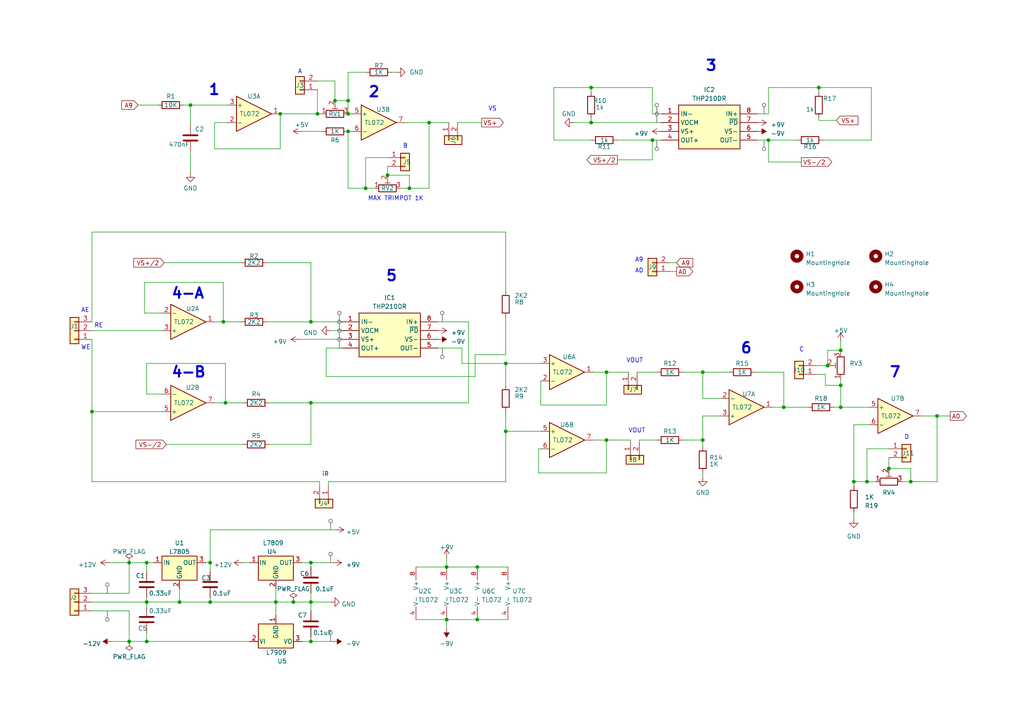
<source format=kicad_sch>
(kicad_sch (version 20230121) (generator eeschema)
  (paper "A4")
  (title_block (title "Potenciosato Fully Differential") (date "28/08/2023") (rev "Felipe A.S") (company "UFPel"))
  (lib_symbols
    (symbol "Amplifier_Operational:TL072" (pin_names (offset 0.127))
      (property "Reference" "U" (at 0 5.08 0))
      (property "Value" "TL072" (at 0 -5.08 0))
      (symbol "TL072_1_1"
        (polyline (pts (xy -5.08 5.08) (xy 5.08 0) (xy -5.08 -5.08) (xy -5.08 5.08)) (stroke (width 0.254)) (fill (type background)))
        (pin output line (at 7.62 0 180) (length 2.54) (name "~") (number "1"))
        (pin input line (at -7.62 -2.54 0) (length 2.54) (name "-") (number "2"))
        (pin input line (at -7.62 2.54 0) (length 2.54) (name "+") (number "3"))
      )
      (symbol "TL072_2_1"
        (polyline (pts (xy -5.08 5.08) (xy 5.08 0) (xy -5.08 -5.08) (xy -5.08 5.08)) (stroke (width 0.254)) (fill (type background)))
        (pin input line (at -7.62 2.54 0) (length 2.54) (name "+") (number "5"))
        (pin input line (at -7.62 -2.54 0) (length 2.54) (name "-") (number "6"))
        (pin output line (at 7.62 0 180) (length 2.54) (name "~") (number "7"))
      )
      (symbol "TL072_3_1"
        (pin power_in line (at -2.54 -7.62 90) (length 3.81) (name "V-") (number "4"))
        (pin power_in line (at -2.54 7.62 270) (length 3.81) (name "V+") (number "8"))
      )
    )
    (symbol "Connector_Generic:Conn_01x02" (pin_names (offset 1.016) hide)
      (property "Reference" "J" (at 0 2.54 0))
      (property "Value" "Conn_01x02" (at 0 -5.08 0))
      (symbol "Conn_01x02_1_1"
        (rectangle (start -1.27 -2.413) (end 0 -2.667) (stroke (width 0.1524)))
        (rectangle (start -1.27 0.127) (end 0 -0.127) (stroke (width 0.1524)))
        (rectangle (start -1.27 1.27) (end 1.27 -3.81) (stroke (width 0.254)) (fill (type background)))
        (pin passive line (at -5.08 0 0) (length 3.81) (name "Pin_1") (number "1"))
        (pin passive line (at -5.08 -2.54 0) (length 3.81) (name "Pin_2") (number "2"))
      )
    )
    (symbol "Connector_Generic:Conn_01x03" (pin_names (offset 1.016) hide)
      (property "Reference" "J" (at 0 5.08 0))
      (property "Value" "Conn_01x03" (at 0 -5.08 0))
      (symbol "Conn_01x03_1_1"
        (rectangle (start -1.27 -2.413) (end 0 -2.667) (stroke (width 0.1524)))
        (rectangle (start -1.27 0.127) (end 0 -0.127) (stroke (width 0.1524)))
        (rectangle (start -1.27 2.667) (end 0 2.413) (stroke (width 0.1524)))
        (rectangle (start -1.27 3.81) (end 1.27 -3.81) (stroke (width 0.254)) (fill (type background)))
        (pin passive line (at -5.08 2.54 0) (length 3.81) (name "Pin_1") (number "1"))
        (pin passive line (at -5.08 0 0) (length 3.81) (name "Pin_2") (number "2"))
        (pin passive line (at -5.08 -2.54 0) (length 3.81) (name "Pin_3") (number "3"))
      )
    )
    (symbol "Device:C" (pin_numbers hide) (pin_names (offset 0.254))
      (property "Reference" "C" (at 0.635 2.54 0))
      (property "Value" "C" (at 0.635 -2.54 0))
      (symbol "C_0_1"
        (polyline (pts (xy -2.032 -0.762) (xy 2.032 -0.762)) (stroke (width 0.508)))
        (polyline (pts (xy -2.032 0.762) (xy 2.032 0.762)) (stroke (width 0.508)))
      )
      (symbol "C_1_1"
        (pin passive line (at 0 3.81 270) (length 2.794) (name "~") (number "1"))
        (pin passive line (at 0 -3.81 90) (length 2.794) (name "~") (number "2"))
      )
    )
    (symbol "Device:R" (pin_numbers hide) (pin_names (offset 0))
      (property "Reference" "R" (at 2.032 0 90))
      (property "Value" "R" (at 0 0 90))
      (symbol "R_0_1"
        (rectangle (start -1.016 -2.54) (end 1.016 2.54) (stroke (width 0.254)))
      )
      (symbol "R_1_1"
        (pin passive line (at 0 3.81 270) (length 1.27) (name "~") (number "1"))
        (pin passive line (at 0 -3.81 90) (length 1.27) (name "~") (number "2"))
      )
    )
    (symbol "Device:R_Potentiometer_Trim" (pin_names (offset 1.016) hide)
      (property "Reference" "RV" (at -4.445 0 90))
      (property "Value" "R_Potentiometer_Trim" (at -2.54 0 90))
      (symbol "R_Potentiometer_Trim_0_1"
        (polyline (pts (xy 1.524 0.762) (xy 1.524 -0.762)))
        (polyline (pts (xy 2.54 0) (xy 1.524 0)))
        (rectangle (start 1.016 2.54) (end -1.016 -2.54) (stroke (width 0.254)))
      )
      (symbol "R_Potentiometer_Trim_1_1"
        (pin passive line (at 0 3.81 270) (length 1.27) (name "1") (number "1"))
        (pin passive line (at 3.81 0 180) (length 1.27) (name "2") (number "2"))
        (pin passive line (at 0 -3.81 90) (length 1.27) (name "3") (number "3"))
      )
    )
    (symbol "Mechanical:MountingHole" (pin_names (offset 1.016))
      (property "Reference" "H" (at 0 5.08 0))
      (property "Value" "MountingHole" (at 0 3.175 0))
      (symbol "MountingHole_0_1"
        (circle (center 0 0) (radius 1.27) (stroke (width 1.27)))
      )
    )
    (symbol "Regulator_Linear:L7805" (pin_names (offset 0.254))
      (property "Reference" "U" (at -3.81 3.175 0))
      (property "Value" "L7805" (at 0 3.175 0))
      (symbol "L7805_0_1"
        (rectangle (start -5.08 1.905) (end 5.08 -5.08) (stroke (width 0.254)) (fill (type background)))
      )
      (symbol "L7805_1_1"
        (pin power_in line (at -7.62 0 0) (length 2.54) (name "IN") (number "1"))
        (pin power_in line (at 0 -7.62 90) (length 2.54) (name "GND") (number "2"))
        (pin power_out line (at 7.62 0 180) (length 2.54) (name "OUT") (number "3"))
      )
    )
    (symbol "Regulator_Linear:L7905" (pin_names (offset 0.254))
      (property "Reference" "U" (at -3.81 -3.175 0))
      (property "Value" "L7905" (at 0 -3.175 0))
      (symbol "L7905_0_1"
        (rectangle (start -5.08 5.08) (end 5.08 -1.905) (stroke (width 0.254)) (fill (type background)))
      )
      (symbol "L7905_1_1"
        (pin power_in line (at 0 7.62 270) (length 2.54) (name "GND") (number "1"))
        (pin power_in line (at -7.62 0 0) (length 2.54) (name "VI") (number "2"))
        (pin power_out line (at 7.62 0 180) (length 2.54) (name "VO") (number "3"))
      )
    )
    (symbol "THP210DR:THP210DR"
      (property "Reference" "IC" (at 24.13 7.62 0))
      (property "Value" "THP210DR" (at 24.13 5.08 0))
      (symbol "THP210DR_1_1"
        (rectangle (start 5.08 2.54) (end 22.86 -10.16) (stroke (width 0.254)) (fill (type background)))
        (pin passive line (at 0 0 0) (length 5.08) (name "IN-") (number "1"))
        (pin passive line (at 0 -2.54 0) (length 5.08) (name "VOCM") (number "2"))
        (pin passive line (at 0 -5.08 0) (length 5.08) (name "VS+") (number "3"))
        (pin passive line (at 0 -7.62 0) (length 5.08) (name "OUT+") (number "4"))
        (pin passive line (at 27.94 -7.62 180) (length 5.08) (name "OUT-") (number "5"))
        (pin passive line (at 27.94 -5.08 180) (length 5.08) (name "VS-") (number "6"))
        (pin passive line (at 27.94 -2.54 180) (length 5.08) (name "~{PD}") (number "7"))
        (pin passive line (at 27.94 0 180) (length 5.08) (name "IN+") (number "8"))
      )
    )
    (symbol "power:+12V" (power) (pin_names (offset 0))
      (property "Value" "+12V" (at 0 3.556 0))
      (symbol "+12V_0_1"
        (polyline (pts (xy -0.762 1.27) (xy 0 2.54)))
        (polyline (pts (xy 0 0) (xy 0 2.54)))
        (polyline (pts (xy 0 2.54) (xy 0.762 1.27)))
      )
      (symbol "+12V_1_1"
        (pin power_in line (at 0 0 90) (length 0) hide (name "+12V") (number "1"))
      )
    )
    (symbol "power:+5V" (power) (pin_names (offset 0))
      (property "Value" "+5V" (at 0 3.556 0))
      (symbol "+5V_0_1"
        (polyline (pts (xy -0.762 1.27) (xy 0 2.54)))
        (polyline (pts (xy 0 0) (xy 0 2.54)))
        (polyline (pts (xy 0 2.54) (xy 0.762 1.27)))
      )
      (symbol "+5V_1_1"
        (pin power_in line (at 0 0 90) (length 0) hide (name "+5V") (number "1"))
      )
    )
    (symbol "power:+9V" (power) (pin_names (offset 0))
      (property "Value" "+9V" (at 0 3.556 0))
      (symbol "+9V_0_1"
        (polyline (pts (xy -0.762 1.27) (xy 0 2.54)))
        (polyline (pts (xy 0 0) (xy 0 2.54)))
        (polyline (pts (xy 0 2.54) (xy 0.762 1.27)))
      )
      (symbol "+9V_1_1"
        (pin power_in line (at 0 0 90) (length 0) hide (name "+9V") (number "1"))
      )
    )
    (symbol "power:-12V" (power) (pin_names (offset 0))
      (property "Value" "-12V" (at 0 3.81 0))
      (symbol "-12V_0_0"
        (pin power_in line (at 0 0 90) (length 0) hide (name "-12V") (number "1"))
      )
      (symbol "-12V_0_1"
        (polyline (pts (xy 0 0) (xy 0 1.27) (xy 0.762 1.27) (xy 0 2.54) (xy -0.762 1.27) (xy 0 1.27)) (fill (type outline)))
      )
    )
    (symbol "power:-9V" (power) (pin_names (offset 0))
      (property "Value" "-9V" (at 0 3.81 0))
      (symbol "-9V_0_1"
        (polyline (pts (xy 0 0) (xy 0 2.54)))
        (polyline (pts (xy 0.762 1.27) (xy -0.762 1.27) (xy 0 2.54) (xy 0.762 1.27)) (fill (type outline)))
      )
      (symbol "-9V_1_1"
        (pin power_in line (at 0 0 90) (length 0) hide (name "-9V") (number "1"))
      )
    )
    (symbol "power:GND" (power) (pin_names (offset 0))
      (property "Value" "GND" (at 0 -3.81 0))
      (symbol "GND_0_1"
        (polyline (pts (xy 0 0) (xy 0 -1.27) (xy 1.27 -1.27) (xy 0 -2.54) (xy -1.27 -1.27) (xy 0 -1.27)))
      )
      (symbol "GND_1_1"
        (pin power_in line (at 0 0 270) (length 0) hide (name "GND") (number "1"))
      )
    )
    (symbol "power:PWR_FLAG" (power) (pin_numbers hide) (pin_names (offset 0) hide)
      (property "Value" "PWR_FLAG" (at 0 3.81 0))
      (symbol "PWR_FLAG_0_0"
        (pin power_out line (at 0 0 90) (length 0) (name "pwr") (number "1"))
      )
      (symbol "PWR_FLAG_0_1"
        (polyline (pts (xy 0 0) (xy 0 1.27) (xy -1.016 1.905) (xy 0 2.54) (xy 1.016 1.905) (xy 0 1.27)))
      )
    )
  )
  (junction (at 138.43 164.465))
  (junction (at 37.465 163.195))
  (junction (at 146.685 125.095))
  (junction (at 60.96 163.195))
  (junction (at 203.835 127.635))
  (junction (at 243.84 101.6))
  (junction (at 42.545 163.195))
  (junction (at 106.045 54.61))
  (junction (at 81.28 33.02))
  (junction (at 55.245 30.48))
  (junction (at 171.45 25.4))
  (junction (at 100.965 29.21))
  (junction (at 65.405 116.84))
  (junction (at 100.965 38.1))
  (junction (at 189.23 40.64))
  (junction (at 90.17 163.195))
  (junction (at 240.03 106.045))
  (junction (at 237.49 25.4))
  (junction (at 264.16 139.7))
  (junction (at 251.46 139.7))
  (junction (at 85.09 174.625))
  (junction (at 243.84 118.11))
  (junction (at 100.965 33.02))
  (junction (at 271.78 120.65))
  (junction (at 37.465 186.055))
  (junction (at 146.685 105.41))
  (junction (at 42.545 186.055))
  (junction (at 97.155 29.21))
  (junction (at 90.17 174.625))
  (junction (at 247.65 139.7))
  (junction (at 175.895 107.95))
  (junction (at 171.45 35.56))
  (junction (at 118.745 54.61))
  (junction (at 222.885 40.64))
  (junction (at 26.67 119.38))
  (junction (at 129.54 164.465))
  (junction (at 138.43 179.705))
  (junction (at 90.17 93.345))
  (junction (at 52.07 174.625))
  (junction (at 227.33 118.11))
  (junction (at 90.17 186.055))
  (junction (at 175.895 127.635))
  (junction (at 90.17 116.84))
  (junction (at 64.77 93.345))
  (junction (at 92.075 33.02))
  (junction (at 80.01 174.625))
  (junction (at 243.84 111.76))
  (junction (at 203.835 107.95))
  (junction (at 129.54 179.705))
  (junction (at 112.395 50.8))
  (junction (at 60.96 174.625))
  (junction (at 42.545 174.625))
  (junction (at 124.46 35.56))
  (junction (at 257.81 135.89))
  (wire (pts (xy 42.545 173.355) (xy 42.545 174.625)))
  (wire (pts (xy 26.67 172.085) (xy 37.465 172.085)))
  (wire (pts (xy 37.465 186.055) (xy 42.545 186.055)))
  (wire (pts (xy 172.085 107.95) (xy 175.895 107.95)))
  (wire (pts (xy 203.835 107.95) (xy 203.835 115.57)))
  (wire (pts (xy 219.075 107.95) (xy 227.33 107.95)))
  (wire (pts (xy 87.63 186.055) (xy 90.17 186.055)))
  (wire (pts (xy 59.69 163.195) (xy 60.96 163.195)))
  (wire (pts (xy 247.65 140.97) (xy 247.65 139.7)))
  (wire (pts (xy 80.01 174.625) (xy 85.09 174.625)))
  (wire (pts (xy 106.045 45.72) (xy 106.045 54.61)))
  (wire (pts (xy 275.59 120.65) (xy 271.78 120.65)))
  (wire (pts (xy 80.01 178.435) (xy 80.01 174.625)))
  (wire (pts (xy 92.075 33.02) (xy 93.345 33.02)))
  (wire (pts (xy 189.23 25.4) (xy 189.23 33.02)))
  (wire (pts (xy 65.405 105.41) (xy 65.405 116.84)))
  (wire (pts (xy 78.105 128.905) (xy 90.17 128.905)))
  (wire (pts (xy 132.715 35.56) (xy 139.7 35.56)))
  (wire (pts (xy 26.67 119.38) (xy 26.67 139.7)))
  (wire (pts (xy 231.14 40.64) (xy 222.885 40.64)))
  (wire (pts (xy 222.885 40.64) (xy 219.71 40.64)))
  (wire (pts (xy 60.96 165.735) (xy 60.96 163.195)))
  (wire (pts (xy 26.67 98.425) (xy 26.67 119.38)))
  (wire (pts (xy 243.84 111.76) (xy 243.84 118.11)))
  (wire (pts (xy 179.07 46.355) (xy 189.23 46.355)))
  (wire (pts (xy 185.42 127.635) (xy 190.5 127.635)))
  (wire (pts (xy 116.205 54.61) (xy 118.745 54.61)))
  (wire (pts (xy 42.545 163.195) (xy 44.45 163.195)))
  (wire (pts (xy 243.84 99.06) (xy 243.84 101.6)))
  (wire (pts (xy 146.685 105.41) (xy 146.685 111.76)))
  (wire (pts (xy 90.17 184.785) (xy 90.17 186.055)))
  (wire (pts (xy 175.895 107.95) (xy 175.895 117.475)))
  (wire (pts (xy 189.23 40.64) (xy 191.77 40.64)))
  (wire (pts (xy 86.995 98.425) (xy 99.06 98.425)))
  (wire (pts (xy 160.655 40.64) (xy 171.45 40.64)))
  (wire (pts (xy 251.46 139.7) (xy 254 139.7)))
  (wire (pts (xy 146.685 119.38) (xy 146.685 125.095)))
  (wire (pts (xy 232.41 46.99) (xy 222.885 46.99)))
  (wire (pts (xy 48.26 128.905) (xy 70.485 128.905)))
  (wire (pts (xy 52.07 170.815) (xy 52.07 174.625)))
  (wire (pts (xy 118.745 50.8) (xy 118.745 54.61)))
  (wire (pts (xy 113.665 20.955) (xy 114.935 20.955)))
  (wire (pts (xy 240.03 101.6) (xy 243.84 101.6)))
  (wire (pts (xy 62.23 35.56) (xy 62.23 43.18)))
  (wire (pts (xy 90.17 186.055) (xy 96.52 186.055)))
  (wire (pts (xy 92.075 26.035) (xy 92.075 33.02)))
  (wire (pts (xy 198.12 127.635) (xy 203.835 127.635)))
  (wire (pts (xy 171.45 26.67) (xy 171.45 25.4)))
  (wire (pts (xy 42.545 186.055) (xy 42.545 183.515)))
  (wire (pts (xy 219.71 33.02) (xy 222.885 33.02)))
  (wire (pts (xy 87.63 38.1) (xy 93.345 38.1)))
  (wire (pts (xy 196.215 76.2) (xy 194.31 76.2)))
  (wire (pts (xy 127 100.965) (xy 133.985 100.965)))
  (wire (pts (xy 118.745 54.61) (xy 124.46 54.61)))
  (wire (pts (xy 184.785 107.95) (xy 190.5 107.95)))
  (wire (pts (xy 251.46 130.175) (xy 251.46 139.7)))
  (wire (pts (xy 90.17 163.195) (xy 90.17 164.465)))
  (wire (pts (xy 90.17 174.625) (xy 95.885 174.625)))
  (wire (pts (xy 203.835 127.635) (xy 203.835 129.54)))
  (wire (pts (xy 146.685 105.41) (xy 156.845 105.41)))
  (wire (pts (xy 90.17 172.085) (xy 90.17 174.625)))
  (wire (pts (xy 257.81 130.175) (xy 251.46 130.175)))
  (wire (pts (xy 112.395 45.72) (xy 106.045 45.72)))
  (wire (pts (xy 90.17 116.84) (xy 90.17 128.905)))
  (wire (pts (xy 146.685 67.31) (xy 26.67 67.31)))
  (wire (pts (xy 271.78 120.65) (xy 271.78 139.7)))
  (wire (pts (xy 97.155 153.67) (xy 60.96 153.67)))
  (wire (pts (xy 112.395 50.8) (xy 118.745 50.8)))
  (wire (pts (xy 90.17 76.2) (xy 77.47 76.2)))
  (wire (pts (xy 26.67 177.165) (xy 37.465 177.165)))
  (wire (pts (xy 138.43 164.465) (xy 147.32 164.465)))
  (wire (pts (xy 237.49 34.925) (xy 237.49 34.29)))
  (wire (pts (xy 179.07 40.64) (xy 189.23 40.64)))
  (wire (pts (xy 100.965 20.955) (xy 100.965 29.21)))
  (wire (pts (xy 92.71 139.7) (xy 26.67 139.7)))
  (wire (pts (xy 203.835 115.57) (xy 208.915 115.57)))
  (wire (pts (xy 222.885 46.99) (xy 222.885 40.64)))
  (wire (pts (xy 26.67 95.885) (xy 46.99 95.885)))
  (wire (pts (xy 243.84 109.855) (xy 243.84 111.76)))
  (wire (pts (xy 236.855 106.045) (xy 240.03 106.045)))
  (wire (pts (xy 224.155 118.11) (xy 227.33 118.11)))
  (wire (pts (xy 62.23 43.18) (xy 81.28 43.18)))
  (wire (pts (xy 160.655 25.4) (xy 160.655 40.64)))
  (wire (pts (xy 175.895 127.635) (xy 175.895 137.16)))
  (wire (pts (xy 90.17 174.625) (xy 90.17 177.165)))
  (wire (pts (xy 60.96 153.67) (xy 60.96 163.195)))
  (wire (pts (xy 247.65 123.19) (xy 252.095 123.19)))
  (wire (pts (xy 37.465 177.165) (xy 37.465 186.055)))
  (wire (pts (xy 137.795 109.22) (xy 137.795 102.87)))
  (wire (pts (xy 31.75 163.195) (xy 37.465 163.195)))
  (wire (pts (xy 78.105 116.84) (xy 90.17 116.84)))
  (wire (pts (xy 129.54 182.245) (xy 129.54 179.705)))
  (wire (pts (xy 42.545 114.3) (xy 42.545 105.41)))
  (wire (pts (xy 243.84 101.6) (xy 243.84 102.235)))
  (wire (pts (xy 257.81 132.715) (xy 257.81 135.89)))
  (wire (pts (xy 129.54 179.705) (xy 138.43 179.705)))
  (wire (pts (xy 55.245 30.48) (xy 66.04 30.48)))
  (wire (pts (xy 64.77 93.345) (xy 69.85 93.345)))
  (wire (pts (xy 227.33 107.95) (xy 227.33 118.11)))
  (wire (pts (xy 171.45 35.56) (xy 191.77 35.56)))
  (wire (pts (xy 124.46 35.56) (xy 124.46 54.61)))
  (wire (pts (xy 95.885 95.885) (xy 99.06 95.885)))
  (wire (pts (xy 247.65 150.495) (xy 247.65 148.59)))
  (wire (pts (xy 240.03 106.045) (xy 240.03 101.6)))
  (wire (pts (xy 60.96 174.625) (xy 80.01 174.625)))
  (wire (pts (xy 127 93.345) (xy 135.89 93.345)))
  (wire (pts (xy 135.89 116.84) (xy 90.17 116.84)))
  (wire (pts (xy 264.16 139.7) (xy 271.78 139.7)))
  (wire (pts (xy 189.23 33.02) (xy 191.77 33.02)))
  (wire (pts (xy 26.67 174.625) (xy 42.545 174.625)))
  (wire (pts (xy 133.985 105.41) (xy 146.685 105.41)))
  (wire (pts (xy 42.545 186.055) (xy 72.39 186.055)))
  (wire (pts (xy 40.005 30.48) (xy 45.72 30.48)))
  (wire (pts (xy 135.89 93.345) (xy 135.89 116.84)))
  (wire (pts (xy 92.075 23.495) (xy 97.155 23.495)))
  (wire (pts (xy 80.01 174.625) (xy 80.01 170.815)))
  (wire (pts (xy 203.835 120.65) (xy 203.835 127.635)))
  (wire (pts (xy 156.845 117.475) (xy 175.895 117.475)))
  (wire (pts (xy 81.28 33.02) (xy 81.28 43.18)))
  (wire (pts (xy 146.685 92.075) (xy 146.685 102.87)))
  (wire (pts (xy 41.91 90.805) (xy 46.99 90.805)))
  (wire (pts (xy 106.045 54.61) (xy 100.965 54.61)))
  (wire (pts (xy 60.96 173.355) (xy 60.96 174.625)))
  (wire (pts (xy 146.685 139.7) (xy 95.25 139.7)))
  (wire (pts (xy 171.45 25.4) (xy 160.655 25.4)))
  (wire (pts (xy 237.49 34.925) (xy 242.57 34.925)))
  (wire (pts (xy 94.615 109.22) (xy 137.795 109.22)))
  (wire (pts (xy 47.625 76.2) (xy 69.85 76.2)))
  (wire (pts (xy 166.37 35.56) (xy 171.45 35.56)))
  (wire (pts (xy 236.855 108.585) (xy 239.395 108.585)))
  (wire (pts (xy 41.91 81.915) (xy 64.77 81.915)))
  (wire (pts (xy 171.45 34.29) (xy 171.45 35.56)))
  (wire (pts (xy 55.245 50.165) (xy 55.245 43.815)))
  (wire (pts (xy 108.585 54.61) (xy 106.045 54.61)))
  (wire (pts (xy 241.935 118.11) (xy 243.84 118.11)))
  (wire (pts (xy 243.84 118.11) (xy 252.095 118.11)))
  (wire (pts (xy 156.21 137.16) (xy 156.21 130.175)))
  (wire (pts (xy 90.17 93.345) (xy 99.06 93.345)))
  (wire (pts (xy 97.155 29.21) (xy 100.965 29.21)))
  (wire (pts (xy 100.965 33.02) (xy 102.235 33.02)))
  (wire (pts (xy 222.885 25.4) (xy 237.49 25.4)))
  (wire (pts (xy 66.04 35.56) (xy 62.23 35.56)))
  (wire (pts (xy 261.62 139.7) (xy 264.16 139.7)))
  (wire (pts (xy 90.17 76.2) (xy 90.17 93.345)))
  (wire (pts (xy 64.77 81.915) (xy 64.77 93.345)))
  (wire (pts (xy 257.81 135.89) (xy 264.16 135.89)))
  (wire (pts (xy 239.395 108.585) (xy 239.395 111.76)))
  (wire (pts (xy 196.215 78.74) (xy 194.31 78.74)))
  (wire (pts (xy 247.65 123.19) (xy 247.65 139.7)))
  (wire (pts (xy 26.67 67.31) (xy 26.67 93.345)))
  (wire (pts (xy 100.965 38.1) (xy 102.235 38.1)))
  (wire (pts (xy 124.46 35.56) (xy 130.175 35.56)))
  (wire (pts (xy 227.33 118.11) (xy 234.315 118.11)))
  (wire (pts (xy 182.245 107.95) (xy 175.895 107.95)))
  (wire (pts (xy 185.42 127.635) (xy 185.42 128.27)))
  (wire (pts (xy 146.685 67.31) (xy 146.685 84.455)))
  (wire (pts (xy 94.615 100.965) (xy 99.06 100.965)))
  (wire (pts (xy 138.43 179.705) (xy 147.32 179.705)))
  (wire (pts (xy 133.985 100.965) (xy 133.985 105.41)))
  (wire (pts (xy 90.17 163.195) (xy 96.52 163.195)))
  (wire (pts (xy 264.16 135.89) (xy 264.16 139.7)))
  (wire (pts (xy 95.25 139.7) (xy 95.25 140.97)))
  (wire (pts (xy 42.545 105.41) (xy 65.405 105.41)))
  (wire (pts (xy 198.12 107.95) (xy 203.835 107.95)))
  (wire (pts (xy 117.475 35.56) (xy 124.46 35.56)))
  (wire (pts (xy 189.23 46.355) (xy 189.23 40.64)))
  (wire (pts (xy 156.21 137.16) (xy 175.895 137.16)))
  (wire (pts (xy 137.795 102.87) (xy 146.685 102.87)))
  (wire (pts (xy 55.245 36.195) (xy 55.245 30.48)))
  (wire (pts (xy 156.21 130.175) (xy 156.845 130.175)))
  (wire (pts (xy 42.545 165.735) (xy 42.545 163.195)))
  (wire (pts (xy 129.54 164.465) (xy 138.43 164.465)))
  (wire (pts (xy 203.835 107.95) (xy 211.455 107.95)))
  (wire (pts (xy 237.49 25.4) (xy 252.73 25.4)))
  (wire (pts (xy 42.545 114.3) (xy 46.99 114.3)))
  (wire (pts (xy 203.835 138.43) (xy 203.835 137.16)))
  (wire (pts (xy 100.965 38.1) (xy 100.965 54.61)))
  (wire (pts (xy 52.07 174.625) (xy 60.96 174.625)))
  (wire (pts (xy 70.485 163.195) (xy 72.39 163.195)))
  (wire (pts (xy 172.085 127.635) (xy 175.895 127.635)))
  (wire (pts (xy 42.545 174.625) (xy 42.545 175.895)))
  (wire (pts (xy 92.71 140.97) (xy 92.71 139.7)))
  (wire (pts (xy 175.895 127.635) (xy 182.88 127.635)))
  (wire (pts (xy 62.23 93.345) (xy 64.77 93.345)))
  (wire (pts (xy 156.845 110.49) (xy 156.845 117.475)))
  (wire (pts (xy 129.54 161.925) (xy 129.54 164.465)))
  (wire (pts (xy 112.395 48.26) (xy 112.395 50.8)))
  (wire (pts (xy 120.65 179.705) (xy 129.54 179.705)))
  (wire (pts (xy 239.395 111.76) (xy 243.84 111.76)))
  (wire (pts (xy 146.685 125.095) (xy 146.685 139.7)))
  (wire (pts (xy 222.885 33.02) (xy 222.885 25.4)))
  (wire (pts (xy 97.155 23.495) (xy 97.155 29.21)))
  (wire (pts (xy 37.465 163.195) (xy 42.545 163.195)))
  (wire (pts (xy 182.88 127.635) (xy 182.88 128.27)))
  (wire (pts (xy 42.545 174.625) (xy 52.07 174.625)))
  (wire (pts (xy 53.34 30.48) (xy 55.245 30.48)))
  (wire (pts (xy 252.73 40.64) (xy 238.76 40.64)))
  (wire (pts (xy 65.405 116.84) (xy 70.485 116.84)))
  (wire (pts (xy 146.685 125.095) (xy 156.845 125.095)))
  (wire (pts (xy 85.09 174.625) (xy 90.17 174.625)))
  (wire (pts (xy 247.65 139.7) (xy 251.46 139.7)))
  (wire (pts (xy 77.47 93.345) (xy 90.17 93.345)))
  (wire (pts (xy 94.615 100.965) (xy 94.615 109.22)))
  (wire (pts (xy 100.965 20.955) (xy 106.045 20.955)))
  (wire (pts (xy 252.73 25.4) (xy 252.73 40.64)))
  (wire (pts (xy 32.385 186.055) (xy 37.465 186.055)))
  (wire (pts (xy 81.28 33.02) (xy 92.075 33.02)))
  (wire (pts (xy 100.965 29.21) (xy 100.965 33.02)))
  (wire (pts (xy 203.835 120.65) (xy 208.915 120.65)))
  (wire (pts (xy 237.49 26.67) (xy 237.49 25.4)))
  (wire (pts (xy 41.91 90.805) (xy 41.91 81.915)))
  (wire (pts (xy 26.67 119.38) (xy 46.99 119.38)))
  (wire (pts (xy 37.465 172.085) (xy 37.465 163.195)))
  (wire (pts (xy 87.63 163.195) (xy 90.17 163.195)))
  (wire (pts (xy 120.65 164.465) (xy 129.54 164.465)))
  (wire (pts (xy 62.23 116.84) (xy 65.405 116.84)))
  (wire (pts (xy 189.23 25.4) (xy 171.45 25.4)))
  (wire (pts (xy 267.335 120.65) (xy 271.78 120.65)))
  (text "6\n" (at 214.63 102.87 0) (effects (font (size 3 3) (thickness 0.6) bold) (justify left bottom)))
  (text "WE" (at 23.495 101.6 0) (effects (font (size 1.27 1.27)) (justify left bottom)))
  (text "VOUT\n" (at 181.61 105.41 0) (effects (font (size 1.27 1.27)) (justify left bottom)))
  (text "1" (at 60.325 27.94 0) (effects (font (size 3 3) (thickness 0.6) bold) (justify left bottom)))
  (text "A9\n" (at 184.15 76.2 0) (effects (font (size 1.27 1.27)) (justify left bottom)))
  (text "VS" (at 141.605 32.385 0) (effects (font (size 1.27 1.27)) (justify left bottom)))
  (text "D" (at 262.255 127.635 0) (effects (font (size 1.27 1.27)) (justify left bottom)))
  (text "4-B\n" (at 49.53 109.855 0) (effects (font (size 3 3) (thickness 0.6) bold) (justify left bottom)))
  (text "5\n" (at 111.76 81.915 0) (effects (font (size 3 3) (thickness 0.6) bold) (justify left bottom)))
  (text "3" (at 204.47 20.955 0) (effects (font (size 3 3) (thickness 0.6) bold) (justify left bottom)))
  (text "A0\n" (at 184.15 79.375 0) (effects (font (size 1.27 1.27)) (justify left bottom)))
  (text "VOUT\n" (at 182.245 125.73 0) (effects (font (size 1.27 1.27)) (justify left bottom)))
  (text "4-A\n" (at 49.53 86.995 0) (effects (font (size 3 3) (thickness 0.6) bold) (justify left bottom)))
  (text "MAX TRIMPOT 1K" (at 106.68 58.42 0) (effects (font (size 1.27 1.27)) (justify left bottom)))
  (text "A" (at 86.36 21.59 0) (effects (font (size 1.27 1.27)) (justify left bottom)))
  (text "C" (at 231.775 102.235 0) (effects (font (size 1.27 1.27)) (justify left bottom)))
  (text "2" (at 106.68 28.575 0) (effects (font (size 3 3) (thickness 0.6) bold) (justify left bottom)))
  (text "RE" (at 27.305 95.25 0) (effects (font (size 1.27 1.27)) (justify left bottom)))
  (text "AE" (at 23.495 90.805 0) (effects (font (size 1.27 1.27)) (justify left bottom)))
  (text "7\n" (at 257.81 109.855 0) (effects (font (size 3 3) (thickness 0.6) bold) (justify left bottom)))
  (text "iR" (at 93.345 138.43 0) (effects (font (size 1.27 1.27)) (justify left bottom)))
  (text "B" (at 116.84 43.18 0) (effects (font (size 1.27 1.27)) (justify left bottom)))
  (global_label "VS+{slash}2" (shape output) (at 179.07 46.355 180) (property "Intersheetrefs" "${INTERSHEET_REFS}" (effects hide)))
  (global_label "A0" (shape output) (at 196.215 78.74 0) (property "Intersheetrefs" "${INTERSHEET_REFS}" (effects hide)))
  (global_label "A9" (shape input) (at 40.005 30.48 180) (property "Intersheetrefs" "${INTERSHEET_REFS}" (effects hide)))
  (global_label "A9" (shape input) (at 196.215 76.2 0) (property "Intersheetrefs" "${INTERSHEET_REFS}" (effects hide)))
  (global_label "VS-{slash}2" (shape input) (at 48.26 128.905 180) (property "Intersheetrefs" "${INTERSHEET_REFS}" (effects hide)))
  (global_label "VS+{slash}2" (shape input) (at 47.625 76.2 180) (property "Intersheetrefs" "${INTERSHEET_REFS}" (effects hide)))
  (global_label "VS-{slash}2" (shape output) (at 232.41 46.99 0) (property "Intersheetrefs" "${INTERSHEET_REFS}" (effects hide)))
  (global_label "VS+" (shape input) (at 242.57 34.925 0) (property "Intersheetrefs" "${INTERSHEET_REFS}" (effects hide)))
  (global_label "A0" (shape output) (at 275.59 120.65 0) (property "Intersheetrefs" "${INTERSHEET_REFS}" (effects hide)))
  (global_label "VS+" (shape output) (at 139.7 35.56 0) (property "Intersheetrefs" "${INTERSHEET_REFS}" (effects hide)))
  (netclass_flag "" (length 2.54) (shape round) (at 31.115 172.085 0) (property "Netclass" "small" (effects hide)))
  (netclass_flag "" (length 2.54) (shape round) (at 95.885 186.055 0) (property "Netclass" "small" (effects hide)))
  (netclass_flag "" (length 2.54) (shape round) (at 98.425 98.425 0) (property "Netclass" "small" (effects hide)))
  (netclass_flag "" (length 2.54) (shape round) (at 31.115 177.165 180) (property "Netclass" "small" (effects hide)))
  (netclass_flag "" (length 2.54) (shape round) (at 221.615 40.64 180) (property "Netclass" "small" (effects hide)))
  (netclass_flag "" (length 2.54) (shape round) (at 98.425 100.965 0) (property "Netclass" "small" (effects hide)))
  (netclass_flag "" (length 2.54) (shape round) (at 190.5 35.56 0) (property "Netclass" "small" (effects hide)))
  (netclass_flag "" (length 2.54) (shape round) (at 221.615 33.02 0) (property "Netclass" "small" (effects hide)))
  (netclass_flag "" (length 2.54) (shape round) (at 95.885 153.67 0) (property "Netclass" "small" (effects hide)))
  (netclass_flag "" (length 2.54) (shape round) (at 190.5 33.02 0) (property "Netclass" "small" (effects hide)))
  (netclass_flag "" (length 2.54) (shape round) (at 98.425 93.345 0) (property "Netclass" "small" (effects hide)))
  (netclass_flag "" (length 2.54) (shape round) (at 128.27 100.965 180) (property "Netclass" "small" (effects hide)))
  (netclass_flag "" (length 2.54) (shape round) (at 128.27 93.345 0) (property "Netclass" "small" (effects hide)))
  (netclass_flag "" (length 2.54) (shape round) (at 190.5 40.64 180) (property "Netclass" "small" (effects hide)))
  (netclass_flag "" (length 2.54) (shape round) (at 95.885 163.195 0) (property "Netclass" "small" (effects hide)))
  (netclass_flag "" (length 2.54) (shape round) (at 98.425 95.885 0) (property "Netclass" "small" (effects hide)))
  (symbol (lib_id "Mechanical:MountingHole") (at 231.14 83.185 0) (unit 1)
    (property "Reference" "H3" (at 233.68 82.55 0) (effects (justify left)))
    (property "Value" "MountingHole" (at 233.68 85.09 0) (effects (justify left)))
    (property "Footprint" "MountingHole:MountingHole_3mm_Pad" (effects hide))
  )
  (symbol (lib_id "Connector_Generic:Conn_01x02") (at 182.88 133.35 90) (mirror x) (unit 1)
    (property "Reference" "J8" (at 184.785 133.35 90) (effects (justify left)))
    (property "Value" "Conn_01x02" (effects hide))
    (property "Footprint" "Connector_PinHeader_2.54mm:PinHeader_1x02_P2.54mm_Vertical" (effects hide))
  )
  (symbol (lib_id "Device:R") (at 203.835 133.35 0) (unit 1)
    (property "Reference" "R14" (at 205.74 132.715 0) (effects (justify left)))
    (property "Value" "1K" (at 205.74 134.62 0) (effects (justify left)))
    (property "Footprint" "Resistor_THT:R_Axial_DIN0207_L6.3mm_D2.5mm_P10.16mm_Horizontal" (effects hide))
  )
  (symbol (lib_id "Connector_Generic:Conn_01x03") (at 21.59 95.885 180) (unit 1)
    (property "Reference" "J1" (at 21.59 94.615 0))
    (property "Value" "Conn_01x03" (effects hide))
    (property "Footprint" "Connector_PinSocket_2.54mm:PinSocket_1x03_P2.54mm_Vertical" (effects hide))
  )
  (symbol (lib_id "Amplifier_Operational:TL072") (at 259.715 120.65 0) (unit 2)
    (property "Reference" "U7" (at 260.35 115.57 0))
    (property "Value" "TL072" (at 258.445 120.65 0))
    (property "Footprint" "Package_DIP:DIP-8_W7.62mm_Socket_LongPads" (effects hide))
    (property "Datasheet" "http://www.ti.com/lit/ds/symlink/tl071.pdf" (effects hide))
  )
  (symbol (lib_id "Device:C") (at 90.17 180.975 0) (unit 1)
    (property "Reference" "C7" (at 86.36 178.435 0) (effects (justify left)))
    (property "Value" "0.1uF" (at 90.805 183.515 0) (effects (justify left)))
    (property "Footprint" "Capacitor_THT:CP_Radial_D6.3mm_P2.50mm" (effects hide))
  )
  (symbol (lib_id "power:GND") (at 203.835 138.43 0) (unit 1)
    (property "Reference" "#PWR019" (effects hide))
    (property "Value" "GND" (at 203.835 142.875 0))
  )
  (symbol (lib_id "Regulator_Linear:L7805") (at 52.07 163.195 0) (unit 1)
    (property "Reference" "U1" (at 52.07 157.48 0))
    (property "Value" "L7805" (at 52.07 160.02 0))
    (property "Footprint" "l7805:TO255P1020X450X2000-3" (effects hide))
    (property "Datasheet" "http://www.st.com/content/ccc/resource/technical/document/datasheet/41/4f/b3/b0/12/d4/47/88/CD00000444.pdf/files/CD00000444.pdf/jcr:content/translations/en.CD00000444.pdf" (effects hide))
  )
  (symbol (lib_id "Connector_Generic:Conn_01x02") (at 231.775 108.585 180) (unit 1)
    (property "Reference" "J10" (at 231.775 107.315 0))
    (property "Value" "Conn_01x02" (effects hide))
    (property "Footprint" "Connector_PinHeader_2.54mm:PinHeader_1x02_P2.54mm_Vertical" (effects hide))
  )
  (symbol (lib_id "power:+5V") (at 243.84 99.06 0) (unit 1)
    (property "Reference" "#PWR022" (effects hide))
    (property "Value" "+5V" (at 243.84 95.885 0))
  )
  (symbol (lib_id "Amplifier_Operational:TL072") (at 140.97 172.085 0) (unit 3)
    (property "Reference" "U6" (at 139.7 171.45 0) (effects (justify left)))
    (property "Value" "TL072" (at 139.7 173.99 0) (effects (justify left)))
    (property "Footprint" "Package_DIP:DIP-8_W7.62mm_Socket_LongPads" (effects hide))
    (property "Datasheet" "http://www.ti.com/lit/ds/symlink/tl071.pdf" (effects hide))
  )
  (symbol (lib_id "Amplifier_Operational:TL072") (at 149.86 172.085 0) (unit 3)
    (property "Reference" "U7" (at 148.59 171.45 0) (effects (justify left)))
    (property "Value" "TL072" (at 148.59 173.99 0) (effects (justify left)))
    (property "Footprint" "Package_DIP:DIP-8_W7.62mm_Socket_LongPads" (effects hide))
    (property "Datasheet" "http://www.ti.com/lit/ds/symlink/tl071.pdf" (effects hide))
  )
  (symbol (lib_id "power:GND") (at 166.37 35.56 270) (unit 1)
    (property "Reference" "#PWR017" (effects hide))
    (property "Value" "GND" (at 167.005 33.02 90) (effects (justify right)))
  )
  (symbol (lib_id "power:-9V") (at 129.54 182.245 180) (unit 1)
    (property "Reference" "#PWR016" (effects hide))
    (property "Value" "-9V" (at 129.54 186.69 0))
  )
  (symbol (lib_id "Device:R_Potentiometer_Trim") (at 112.395 54.61 90) (unit 1)
    (property "Reference" "RV2" (at 112.395 54.61 90))
    (property "Value" "R_Potentiometer_Trim" (effects hide))
    (property "Footprint" "Potentiometer_THT:Potentiometer_Bourns_3296W_Vertical" (effects hide))
  )
  (symbol (lib_id "Connector_Generic:Conn_01x02") (at 262.89 130.175 0) (unit 1)
    (property "Reference" "J11" (at 261.62 131.445 0) (effects (justify left)))
    (property "Value" "Conn_01x02" (effects hide))
    (property "Footprint" "Connector_PinHeader_2.54mm:PinHeader_1x02_P2.54mm_Vertical" (effects hide))
  )
  (symbol (lib_id "power:+5V") (at 97.155 153.67 270) (unit 1)
    (property "Reference" "#PWR011" (effects hide))
    (property "Value" "+5V" (at 100.33 154.305 90) (effects (justify left)))
  )
  (symbol (lib_id "power:+9V") (at 129.54 161.925 0) (unit 1)
    (property "Reference" "#PWR015" (effects hide))
    (property "Value" "+9V" (at 129.54 158.75 0))
  )
  (symbol (lib_id "Connector_Generic:Conn_01x02") (at 95.25 146.05 270) (unit 1)
    (property "Reference" "J4" (at 92.71 146.05 90) (effects (justify left)))
    (property "Value" "Conn_01x02" (effects hide))
    (property "Footprint" "Connector_PinHeader_2.54mm:PinHeader_1x02_P2.54mm_Vertical" (effects hide))
  )
  (symbol (lib_id "power:+9V") (at 219.71 35.56 270) (unit 1)
    (property "Reference" "#PWR020" (effects hide))
    (property "Value" "+9V" (at 223.52 36.195 90) (effects (justify left)))
  )
  (symbol (lib_id "Device:R") (at 194.31 127.635 270) (unit 1)
    (property "Reference" "R13" (at 194.31 125.095 90))
    (property "Value" "1K" (at 194.31 127.635 90))
    (property "Footprint" "Resistor_THT:R_Axial_DIN0207_L6.3mm_D2.5mm_P10.16mm_Horizontal" (effects hide))
  )
  (symbol (lib_id "Device:R") (at 175.26 40.64 90) (unit 1)
    (property "Reference" "R11" (at 175.26 42.545 90))
    (property "Value" "1k" (at 175.26 40.64 90))
    (property "Footprint" "Resistor_THT:R_Axial_DIN0207_L6.3mm_D2.5mm_P10.16mm_Horizontal" (effects hide))
  )
  (symbol (lib_id "power:+12V") (at 70.485 163.195 90) (unit 1)
    (property "Reference" "#PWR04" (effects hide))
    (property "Value" "+12V" (at 67.31 163.83 90) (effects (justify left)))
  )
  (symbol (lib_id "Connector_Generic:Conn_01x03") (at 21.59 174.625 180) (unit 1)
    (property "Reference" "J2" (at 20.32 173.355 0) (effects (font (size 1 1)) (justify right)))
    (property "Value" "Conn_01x03" (effects hide))
    (property "Footprint" "Connector_Stocko:Stocko_MKS_1653-6-0-303_1x3_P2.50mm_Vertical" (effects hide))
  )
  (symbol (lib_id "Regulator_Linear:L7805") (at 80.01 163.195 0) (unit 1)
    (property "Reference" "U4" (at 77.47 160.02 0) (effects (justify left)))
    (property "Value" "L7809" (at 76.2 157.48 0) (effects (justify left)))
    (property "Footprint" "l7805:TO255P1020X450X2000-3" (effects hide))
    (property "Datasheet" "http://www.st.com/content/ccc/resource/technical/document/datasheet/41/4f/b3/b0/12/d4/47/88/CD00000444.pdf/files/CD00000444.pdf/jcr:content/translations/en.CD00000444.pdf" (effects hide))
  )
  (symbol (lib_id "power:-9V") (at 127 98.425 270) (unit 1)
    (property "Reference" "#PWR014" (effects hide))
    (property "Value" "-9V" (at 130.81 99.06 90) (effects (justify left)))
  )
  (symbol (lib_id "Device:R") (at 247.65 144.78 0) (unit 1)
    (property "Reference" "R19" (at 250.825 146.685 0) (effects (justify left)))
    (property "Value" "1K" (at 250.825 144.145 0) (effects (justify left)))
    (property "Footprint" "Resistor_THT:R_Axial_DIN0207_L6.3mm_D2.5mm_P10.16mm_Horizontal" (effects hide))
  )
  (symbol (lib_id "Amplifier_Operational:TL072") (at 73.66 33.02 0) (unit 1)
    (property "Reference" "U3" (at 73.66 27.94 0))
    (property "Value" "TL072" (at 72.39 33.02 0))
    (property "Footprint" "Package_DIP:DIP-8_W7.62mm_Socket_LongPads" (effects hide))
    (property "Datasheet" "http://www.ti.com/lit/ds/symlink/tl071.pdf" (effects hide))
  )
  (symbol (lib_id "power:+9V") (at 191.77 38.1 90) (unit 1)
    (property "Reference" "#PWR018" (effects hide))
    (property "Value" "+9V" (at 187.96 38.735 90) (effects (justify left)))
  )
  (symbol (lib_id "Device:R_Potentiometer_Trim") (at 97.155 33.02 90) (unit 1)
    (property "Reference" "RV1" (at 97.155 33.02 90))
    (property "Value" "R_Potentiometer_Trim" (effects hide))
    (property "Footprint" "Potentiometer_THT:Potentiometer_Bourns_3296W_Vertical" (effects hide))
  )
  (symbol (lib_id "THP210DR:THP210DR") (at 191.77 33.02 0) (unit 1)
    (property "Reference" "IC2" (at 205.74 26.035 0))
    (property "Value" "THP210DR" (at 205.74 28.575 0))
    (property "Footprint" "SOIC127P600X175-8N" (effects hide))
    (property "Datasheet" "https://www.ti.com/lit/gpn/THP210" (effects hide))
    (property "Height" "1.75" (effects hide))
    (property "Mouser Part Number" "595-THP210DR" (effects hide))
    (property "Mouser Price/Stock" "https://www.mouser.co.uk/ProductDetail/Texas-Instruments/THP210DR?qs=eP2BKZSCXI6TpSz98mjAmQ%3D%3D" (effects hide))
    (property "Manufacturer_Name" "Texas Instruments" (effects hide))
    (property "Manufacturer_Part_Number" "THP210DR" (effects hide))
  )
  (symbol (lib_id "Amplifier_Operational:TL072") (at 216.535 118.11 0) (mirror x) (unit 1)
    (property "Reference" "U7" (at 217.17 114.3 0))
    (property "Value" "TL072" (at 215.265 118.11 0))
    (property "Footprint" "Package_DIP:DIP-8_W7.62mm_Socket_LongPads" (effects hide))
    (property "Datasheet" "http://www.ti.com/lit/ds/symlink/tl071.pdf" (effects hide))
  )
  (symbol (lib_id "Device:R") (at 73.66 76.2 90) (unit 1)
    (property "Reference" "R2" (at 73.66 74.295 90))
    (property "Value" "2K2" (at 73.66 76.2 90))
    (property "Footprint" "Resistor_THT:R_Axial_DIN0207_L6.3mm_D2.5mm_P10.16mm_Horizontal" (effects hide))
  )
  (symbol (lib_id "Device:R") (at 237.49 30.48 0) (unit 1)
    (property "Reference" "R17" (at 240.665 28.575 0))
    (property "Value" "1k" (at 234.95 31.75 0))
    (property "Footprint" "Resistor_THT:R_Axial_DIN0207_L6.3mm_D2.5mm_P10.16mm_Horizontal" (effects hide))
  )
  (symbol (lib_id "Device:C") (at 55.245 40.005 0) (unit 1)
    (property "Reference" "C2" (at 56.515 37.465 0) (effects (justify left)))
    (property "Value" "470nF" (at 48.895 41.91 0) (effects (justify left)))
    (property "Footprint" "Capacitor_THT:C_Rect_L19.0mm_W6.0mm_P15.00mm_MKS4" (effects hide))
  )
  (symbol (lib_id "Mechanical:MountingHole") (at 231.14 74.295 0) (unit 1)
    (property "Reference" "H1" (at 233.68 73.66 0) (effects (justify left)))
    (property "Value" "MountingHole" (at 233.68 76.2 0) (effects (justify left)))
    (property "Footprint" "MountingHole:MountingHole_3mm_Pad" (effects hide))
  )
  (symbol (lib_id "Device:R_Potentiometer_Trim") (at 257.81 139.7 90) (unit 1)
    (property "Reference" "RV4" (at 257.81 142.875 90))
    (property "Value" "R_Potentiometer_Trim" (effects hide))
    (property "Footprint" "Potentiometer_THT:Potentiometer_Bourns_3296W_Vertical" (effects hide))
  )
  (symbol (lib_id "Mechanical:MountingHole") (at 254 83.185 0) (unit 1)
    (property "Reference" "H4" (at 256.54 82.55 0) (effects (justify left)))
    (property "Value" "MountingHole" (at 256.54 85.09 0) (effects (justify left)))
    (property "Footprint" "MountingHole:MountingHole_3mm_Pad" (effects hide))
  )
  (symbol (lib_id "Amplifier_Operational:TL072") (at 123.19 172.085 0) (unit 3)
    (property "Reference" "U2" (at 121.285 171.45 0) (effects (justify left)))
    (property "Value" "TL072" (at 121.285 173.99 0) (effects (justify left)))
    (property "Footprint" "Package_DIP:DIP-8_W7.62mm_Socket_LongPads" (effects hide))
    (property "Datasheet" "http://www.ti.com/lit/ds/symlink/tl071.pdf" (effects hide))
  )
  (symbol (lib_id "power:PWR_FLAG") (at 37.465 163.195 0) (unit 1)
    (property "Reference" "#FLG01" (effects hide))
    (property "Value" "PWR_FLAG" (at 37.465 160.02 0))
  )
  (symbol (lib_id "power:GND") (at 95.885 95.885 270) (unit 1)
    (property "Reference" "#PWR06" (effects hide))
    (property "Value" "GND" (at 92.075 96.52 90) (effects (justify right)))
  )
  (symbol (lib_id "power:+9V") (at 96.52 163.195 270) (unit 1)
    (property "Reference" "#PWR09" (effects hide))
    (property "Value" "+9V" (at 100.33 163.83 90) (effects (justify left)))
  )
  (symbol (lib_id "Device:R") (at 215.265 107.95 270) (unit 1)
    (property "Reference" "R15" (at 215.265 105.41 90))
    (property "Value" "1K" (at 215.265 107.95 90))
    (property "Footprint" "Resistor_THT:R_Axial_DIN0207_L6.3mm_D2.5mm_P10.16mm_Horizontal" (effects hide))
  )
  (symbol (lib_id "Device:C") (at 90.17 168.275 0) (unit 1)
    (property "Reference" "C6" (at 86.995 166.37 0) (effects (justify left)))
    (property "Value" "0.1uF" (at 91.44 170.815 0) (effects (justify left)))
    (property "Footprint" "Capacitor_THT:CP_Radial_D6.3mm_P2.50mm" (effects hide))
  )
  (symbol (lib_id "Device:R") (at 49.53 30.48 90) (unit 1)
    (property "Reference" "R1" (at 49.53 27.94 90))
    (property "Value" "10K" (at 49.53 30.48 90))
    (property "Footprint" "Resistor_THT:R_Axial_DIN0207_L6.3mm_D2.5mm_P10.16mm_Horizontal" (effects hide))
  )
  (symbol (lib_id "Device:R") (at 74.295 116.84 90) (unit 1)
    (property "Reference" "R4" (at 74.295 114.3 90))
    (property "Value" "2K2" (at 74.295 116.84 90))
    (property "Footprint" "Resistor_THT:R_Axial_DIN0207_L6.3mm_D2.5mm_P10.16mm_Horizontal" (effects hide))
  )
  (symbol (lib_id "Amplifier_Operational:TL072") (at 132.08 172.085 0) (unit 3)
    (property "Reference" "U3" (at 130.175 171.45 0) (effects (justify left)))
    (property "Value" "TL072" (at 130.175 173.99 0) (effects (justify left)))
    (property "Footprint" "Package_DIP:DIP-8_W7.62mm_Socket_LongPads" (effects hide))
    (property "Datasheet" "http://www.ti.com/lit/ds/symlink/tl071.pdf" (effects hide))
  )
  (symbol (lib_id "Connector_Generic:Conn_01x02") (at 189.23 78.74 180) (unit 1)
    (property "Reference" "J9" (at 189.23 77.47 0))
    (property "Value" "Conn_01x02" (effects hide))
    (property "Footprint" "Connector_PinHeader_2.54mm:PinHeader_1x02_P2.54mm_Vertical" (effects hide))
  )
  (symbol (lib_id "Regulator_Linear:L7905") (at 80.01 186.055 0) (unit 1)
    (property "Reference" "U5" (at 83.185 191.77 0) (effects (justify right)))
    (property "Value" "L7909" (at 83.185 189.23 0) (effects (justify right)))
    (property "Footprint" "l7805:TO255P1020X450X2000-3" (effects hide))
    (property "Datasheet" "http://www.st.com/content/ccc/resource/technical/document/datasheet/c9/16/86/41/c7/2b/45/f2/CD00000450.pdf/files/CD00000450.pdf/jcr:content/translations/en.CD00000450.pdf" (effects hide))
  )
  (symbol (lib_id "Amplifier_Operational:TL072") (at 164.465 107.95 0) (unit 1)
    (property "Reference" "U6" (at 165.1 103.505 0))
    (property "Value" "TL072" (at 163.195 107.95 0))
    (property "Footprint" "Package_DIP:DIP-8_W7.62mm_Socket_LongPads" (effects hide))
    (property "Datasheet" "http://www.ti.com/lit/ds/symlink/tl071.pdf" (effects hide))
  )
  (symbol (lib_id "Amplifier_Operational:TL072") (at 54.61 93.345 0) (mirror x) (unit 1)
    (property "Reference" "U2" (at 55.88 89.535 0))
    (property "Value" "TL072" (at 53.34 93.345 0))
    (property "Footprint" "Package_DIP:DIP-8_W7.62mm_Socket_LongPads" (effects hide))
    (property "Datasheet" "http://www.ti.com/lit/ds/symlink/tl071.pdf" (effects hide))
  )
  (symbol (lib_id "power:GND") (at 95.885 174.625 90) (unit 1)
    (property "Reference" "#PWR08" (effects hide))
    (property "Value" "GND" (at 99.06 175.26 90) (effects (justify right)))
  )
  (symbol (lib_id "Device:C") (at 42.545 169.545 0) (unit 1)
    (property "Reference" "C1" (at 39.37 167.005 0) (effects (justify left)))
    (property "Value" "0.33uF" (at 43.18 172.085 0) (effects (justify left)))
    (property "Footprint" "Capacitor_THT:CP_Radial_D6.3mm_P2.50mm" (effects hide))
  )
  (symbol (lib_id "Amplifier_Operational:TL072") (at 164.465 127.635 0) (unit 2)
    (property "Reference" "U6" (at 164.465 123.19 0))
    (property "Value" "TL072" (at 163.195 127.635 0))
    (property "Footprint" "Package_DIP:DIP-8_W7.62mm_Socket_LongPads" (effects hide))
    (property "Datasheet" "http://www.ti.com/lit/ds/symlink/tl071.pdf" (effects hide))
  )
  (symbol (lib_id "Amplifier_Operational:TL072") (at 54.61 116.84 0) (mirror x) (unit 2)
    (property "Reference" "U2" (at 55.88 112.395 0))
    (property "Value" "TL072" (at 53.34 116.84 0))
    (property "Footprint" "Package_DIP:DIP-8_W7.62mm_Socket_LongPads" (effects hide))
    (property "Datasheet" "http://www.ti.com/lit/ds/symlink/tl071.pdf" (effects hide))
  )
  (symbol (lib_id "power:+12V") (at 31.75 163.195 90) (unit 1)
    (property "Reference" "#PWR01" (effects hide))
    (property "Value" "+12V" (at 27.94 163.83 90) (effects (justify left)))
  )
  (symbol (lib_id "Device:R") (at 109.855 20.955 90) (unit 1)
    (property "Reference" "R7" (at 109.855 19.05 90))
    (property "Value" "1K" (at 109.855 20.955 90))
    (property "Footprint" "Resistor_THT:R_Axial_DIN0207_L6.3mm_D2.5mm_P10.16mm_Horizontal" (effects hide))
  )
  (symbol (lib_id "power:GND") (at 247.65 150.495 0) (unit 1)
    (property "Reference" "#PWR023" (effects hide))
    (property "Value" "GND" (at 247.65 155.575 0))
  )
  (symbol (lib_id "Device:R") (at 194.31 107.95 270) (unit 1)
    (property "Reference" "R12" (at 194.31 105.41 90))
    (property "Value" "1K" (at 194.31 107.95 90))
    (property "Footprint" "Resistor_THT:R_Axial_DIN0207_L6.3mm_D2.5mm_P10.16mm_Horizontal" (effects hide))
  )
  (symbol (lib_id "Device:C") (at 42.545 179.705 0) (unit 1)
    (property "Reference" "C5" (at 40.005 182.245 0) (effects (justify left)))
    (property "Value" "0.33uF" (at 43.18 177.165 0) (effects (justify left)))
    (property "Footprint" "Capacitor_THT:CP_Radial_D6.3mm_P2.50mm" (effects hide))
  )
  (symbol (lib_id "Device:R") (at 234.95 40.64 90) (unit 1)
    (property "Reference" "R16" (at 234.95 42.545 90))
    (property "Value" "1k" (at 234.95 40.64 90))
    (property "Footprint" "Resistor_THT:R_Axial_DIN0207_L6.3mm_D2.5mm_P10.16mm_Horizontal" (effects hide))
  )
  (symbol (lib_id "Device:R") (at 97.155 38.1 90) (unit 1)
    (property "Reference" "R6" (at 97.155 40.64 90))
    (property "Value" "1K" (at 97.155 38.1 90))
    (property "Footprint" "Resistor_THT:R_Axial_DIN0207_L6.3mm_D2.5mm_P10.16mm_Horizontal" (effects hide))
  )
  (symbol (lib_id "Device:R") (at 73.66 93.345 90) (unit 1)
    (property "Reference" "R3" (at 73.66 91.44 90))
    (property "Value" "2K2" (at 73.66 93.345 90))
    (property "Footprint" "Resistor_THT:R_Axial_DIN0207_L6.3mm_D2.5mm_P10.16mm_Horizontal" (effects hide))
  )
  (symbol (lib_id "Connector_Generic:Conn_01x02") (at 182.245 113.03 90) (mirror x) (unit 1)
    (property "Reference" "J7" (at 184.785 113.03 90) (effects (justify left)))
    (property "Value" "Conn_01x02" (effects hide))
    (property "Footprint" "Connector_PinHeader_2.54mm:PinHeader_1x02_P2.54mm_Vertical" (effects hide))
  )
  (symbol (lib_id "power:+9V") (at 127 95.885 270) (unit 1)
    (property "Reference" "#PWR013" (effects hide))
    (property "Value" "+9V" (at 130.81 96.52 90) (effects (justify left)))
  )
  (symbol (lib_id "Device:R_Potentiometer_Trim") (at 243.84 106.045 180) (unit 1)
    (property "Reference" "RV3" (at 246.38 105.41 0) (effects (justify right)))
    (property "Value" "R_Potentiometer_Trim" (effects hide))
    (property "Footprint" "Potentiometer_THT:Potentiometer_Bourns_3296W_Vertical" (effects hide))
  )
  (symbol (lib_id "Amplifier_Operational:TL072") (at 109.855 35.56 0) (unit 2)
    (property "Reference" "U3" (at 111.125 31.75 0))
    (property "Value" "TL072" (at 108.585 35.56 0))
    (property "Footprint" "Package_DIP:DIP-8_W7.62mm_Socket_LongPads" (effects hide))
    (property "Datasheet" "http://www.ti.com/lit/ds/symlink/tl071.pdf" (effects hide))
  )
  (symbol (lib_id "power:-12V") (at 32.385 186.055 90) (unit 1)
    (property "Reference" "#PWR02" (effects hide))
    (property "Value" "-12V" (at 29.21 186.69 90) (effects (justify left)))
  )
  (symbol (lib_id "Device:C") (at 60.96 169.545 0) (unit 1)
    (property "Reference" "C3" (at 58.42 167.64 0) (effects (justify left)))
    (property "Value" "0.1uF" (at 61.595 172.085 0) (effects (justify left)))
    (property "Footprint" "Capacitor_THT:CP_Radial_D6.3mm_P2.50mm" (effects hide))
  )
  (symbol (lib_id "Connector_Generic:Conn_01x02") (at 130.175 40.64 90) (mirror x) (unit 1)
    (property "Reference" "J6" (at 131.445 40.64 0))
    (property "Value" "Conn_01x02" (effects hide))
    (property "Footprint" "Connector_PinHeader_2.54mm:PinHeader_1x02_P2.54mm_Vertical" (effects hide))
  )
  (symbol (lib_id "Device:R") (at 74.295 128.905 90) (unit 1)
    (property "Reference" "R5" (at 74.295 126.365 90))
    (property "Value" "2K2" (at 74.295 128.905 90))
    (property "Footprint" "Resistor_THT:R_Axial_DIN0207_L6.3mm_D2.5mm_P10.16mm_Horizontal" (effects hide))
  )
  (symbol (lib_id "power:-9V") (at 96.52 186.055 270) (unit 1)
    (property "Reference" "#PWR010" (effects hide))
    (property "Value" "-9V" (at 100.33 186.69 90) (effects (justify left)))
  )
  (symbol (lib_id "THP210DR:THP210DR") (at 99.06 93.345 0) (unit 1)
    (property "Reference" "IC1" (at 113.03 86.36 0))
    (property "Value" "THP210DR" (at 113.03 88.9 0))
    (property "Footprint" "SOIC127P600X175-8N" (effects hide))
    (property "Datasheet" "https://www.ti.com/lit/gpn/THP210" (effects hide))
    (property "Height" "1.75" (effects hide))
    (property "Mouser Part Number" "595-THP210DR" (effects hide))
    (property "Mouser Price/Stock" "https://www.mouser.co.uk/ProductDetail/Texas-Instruments/THP210DR?qs=eP2BKZSCXI6TpSz98mjAmQ%3D%3D" (effects hide))
    (property "Manufacturer_Name" "Texas Instruments" (effects hide))
    (property "Manufacturer_Part_Number" "THP210DR" (effects hide))
  )
  (symbol (lib_id "power:GND") (at 114.935 20.955 90) (unit 1)
    (property "Reference" "#PWR012" (effects hide))
    (property "Value" "GND" (at 118.745 20.955 90) (effects (justify right)))
  )
  (symbol (lib_id "Device:R") (at 146.685 88.265 180) (unit 1)
    (property "Reference" "R8" (at 149.225 87.63 0) (effects (justify right)))
    (property "Value" "2K2" (at 149.225 85.725 0) (effects (justify right)))
    (property "Footprint" "Resistor_THT:R_Axial_DIN0207_L6.3mm_D2.5mm_P10.16mm_Horizontal" (effects hide))
  )
  (symbol (lib_id "power:PWR_FLAG") (at 85.09 174.625 0) (unit 1)
    (property "Reference" "#FLG03" (effects hide))
    (property "Value" "PWR_FLAG" (at 85.09 170.815 0))
  )
  (symbol (lib_id "power:GND") (at 55.245 50.165 0) (unit 1)
    (property "Reference" "#PWR03" (effects hide))
    (property "Value" "GND" (at 55.245 54.61 0))
  )
  (symbol (lib_id "Mechanical:MountingHole") (at 254 74.295 0) (unit 1)
    (property "Reference" "H2" (at 256.54 73.66 0) (effects (justify left)))
    (property "Value" "MountingHole" (at 256.54 76.2 0) (effects (justify left)))
    (property "Footprint" "MountingHole:MountingHole_3mm_Pad" (effects hide))
  )
  (symbol (lib_id "Device:R") (at 238.125 118.11 270) (unit 1)
    (property "Reference" "R18" (at 238.125 115.57 90))
    (property "Value" "1K" (at 238.125 118.11 90))
    (property "Footprint" "Resistor_THT:R_Axial_DIN0207_L6.3mm_D2.5mm_P10.16mm_Horizontal" (effects hide))
  )
  (symbol (lib_id "power:+5V") (at 87.63 38.1 90) (unit 1)
    (property "Reference" "#PWR05" (effects hide))
    (property "Value" "+5V" (at 89.535 36.195 90) (effects (justify left)))
  )
  (symbol (lib_id "Device:R") (at 171.45 30.48 180) (unit 1)
    (property "Reference" "R10" (at 173.99 29.21 0))
    (property "Value" "1k" (at 173.99 31.115 0))
    (property "Footprint" "Resistor_THT:R_Axial_DIN0207_L6.3mm_D2.5mm_P10.16mm_Horizontal" (effects hide))
  )
  (symbol (lib_id "power:-9V") (at 219.71 38.1 270) (unit 1)
    (property "Reference" "#PWR021" (effects hide))
    (property "Value" "-9V" (at 223.52 38.735 90) (effects (justify left)))
  )
  (symbol (lib_id "Device:R") (at 146.685 115.57 180) (unit 1)
    (property "Reference" "R9" (at 149.225 114.935 0) (effects (justify right)))
    (property "Value" "2K2" (at 149.225 113.03 0) (effects (justify right)))
    (property "Footprint" "Resistor_THT:R_Axial_DIN0207_L6.3mm_D2.5mm_P10.16mm_Horizontal" (effects hide))
  )
  (symbol (lib_id "Connector_Generic:Conn_01x02") (at 86.995 26.035 180) (unit 1)
    (property "Reference" "J3" (at 86.995 24.765 0))
    (property "Value" "Conn_01x02" (effects hide))
    (property "Footprint" "Connector_PinHeader_2.54mm:PinHeader_1x02_P2.54mm_Vertical" (effects hide))
  )
  (symbol (lib_id "power:+9V") (at 86.995 98.425 90) (unit 1)
    (property "Reference" "#PWR07" (effects hide))
    (property "Value" "+9V" (at 83.185 99.06 90) (effects (justify left)))
  )
  (symbol (lib_id "power:PWR_FLAG") (at 37.465 186.055 180) (unit 1)
    (property "Reference" "#FLG02" (effects hide))
    (property "Value" "PWR_FLAG" (at 37.465 190.5 0))
  )
  (symbol (lib_id "Connector_Generic:Conn_01x02") (at 117.475 45.72 0) (unit 1)
    (property "Reference" "J5" (at 116.84 46.99 0) (effects (justify left)))
    (property "Value" "Conn_01x02" (effects hide))
    (property "Footprint" "Connector_PinHeader_2.54mm:PinHeader_1x02_P2.54mm_Vertical" (effects hide))
  )
)
</source>
